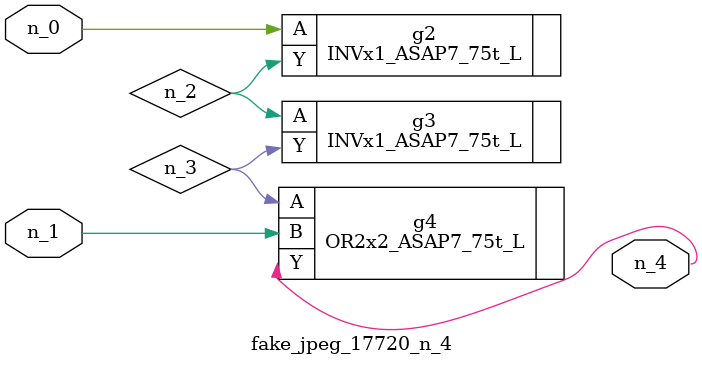
<source format=v>
module fake_jpeg_17720_n_4 (n_0, n_1, n_4);

input n_0;
input n_1;

output n_4;

wire n_2;
wire n_3;

INVx1_ASAP7_75t_L g2 ( 
.A(n_0),
.Y(n_2)
);

INVx1_ASAP7_75t_L g3 ( 
.A(n_2),
.Y(n_3)
);

OR2x2_ASAP7_75t_L g4 ( 
.A(n_3),
.B(n_1),
.Y(n_4)
);


endmodule
</source>
